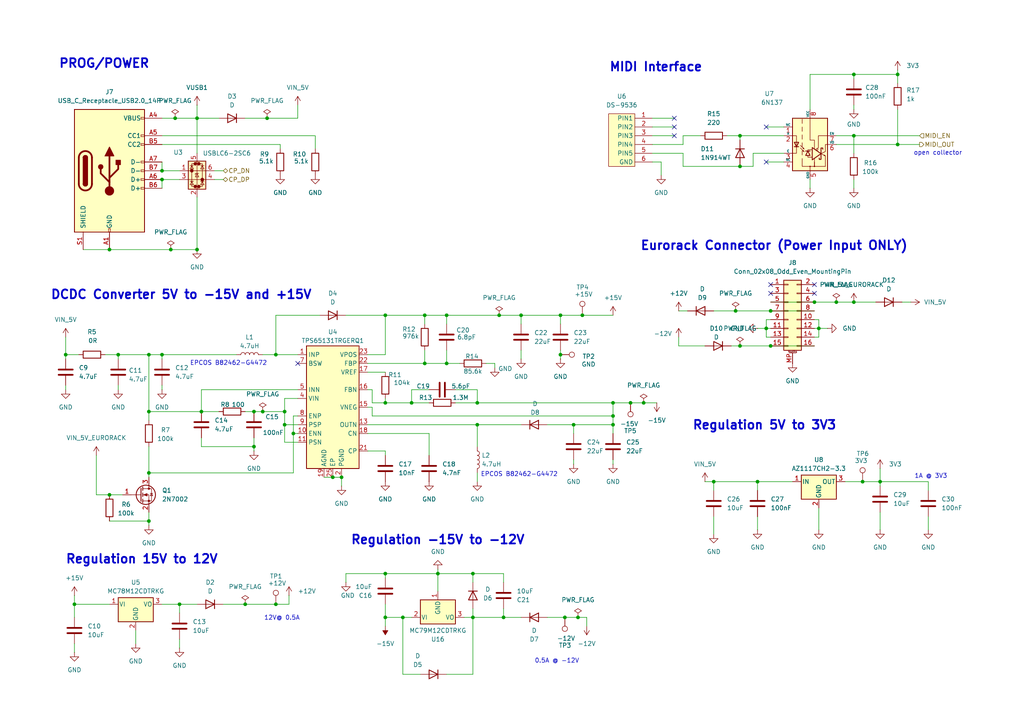
<source format=kicad_sch>
(kicad_sch (version 20250114) (generator "eeschema") (generator_version "9.0")
  (paper "A4")
  (text "12V@ 0.5A" (at 81.788 179.324 0) (effects (font (size 1.27 1.27))))
  (text "DCDC Converter 5V to -15V and +15V" (at 52.578 85.598 0) (effects (font (size 2.54 2.54) (thickness 0.508) (bold yes))))
  (text "0.5A @ -12V" (at 161.544 191.77 0) (effects (font (size 1.27 1.27))))
  (text "Regulation -15V to -12V" (at 127 156.718 0) (effects (font (size 2.54 2.54) (thickness 0.508) (bold yes))))
  (text "EPCOS B82462-G4472" (at 66.294 105.41 0) (effects (font (size 1.27 1.27))))
  (text "MIDI Interface" (at 190.246 19.558 0) (effects (font (size 2.54 2.54) (thickness 0.508) (bold yes))))
  (text "Regulation 15V to 12V" (at 41.148 162.306 0) (effects (font (size 2.54 2.54) (thickness 0.508) (bold yes))))
  (text "1A @ 3V3" (at 270.002 138.176 0) (effects (font (size 1.27 1.27))))
  (text "Eurorack Connector (Power Input ONLY)" (at 224.536 71.374 0) (effects (font (size 2.54 2.54) (thickness 0.508) (bold yes))))
  (text "Regulation 5V to 3V3\n" (at 221.742 123.444 0) (effects (font (size 2.54 2.54) (thickness 0.508) (bold yes))))
  (text "EPCOS B82462-G4472" (at 150.622 137.668 0) (effects (font (size 1.27 1.27))))
  (text "open collector" (at 272.034 44.45 0) (effects (font (size 1.27 1.27))))
  (text "PROG/POWER" (at 30.226 18.542 0) (effects (font (size 2.54 2.54) (thickness 0.508) (bold yes))))
  (junction (at 73.66 119.38))
  (junction (at 43.18 102.87))
  (junction (at 85.09 125.73))
  (junction (at 34.29 102.87))
  (junction (at 219.71 139.7))
  (junction (at 138.43 123.19))
  (junction (at 116.84 179.07))
  (junction (at 57.15 72.39))
  (junction (at 162.56 91.44))
  (junction (at 58.42 119.38))
  (junction (at 166.37 123.19))
  (junction (at 111.76 116.84))
  (junction (at 52.07 175.26))
  (junction (at 119.38 116.84))
  (junction (at 242.57 87.63))
  (junction (at 236.22 87.63))
  (junction (at 137.16 179.07))
  (junction (at 80.01 102.87))
  (junction (at 247.65 87.63))
  (junction (at 162.56 102.87))
  (junction (at 111.76 91.44))
  (junction (at 182.88 116.84))
  (junction (at 96.52 138.43))
  (junction (at 31.75 72.39))
  (junction (at 214.63 100.33))
  (junction (at 82.55 119.38))
  (junction (at 207.01 139.7))
  (junction (at 46.99 49.53))
  (junction (at 177.8 120.65))
  (junction (at 80.01 175.26))
  (junction (at 43.18 119.38))
  (junction (at 31.75 143.51))
  (junction (at 82.55 123.19))
  (junction (at 123.19 105.41))
  (junction (at 111.76 166.37))
  (junction (at 111.76 179.07))
  (junction (at 43.18 151.13))
  (junction (at 163.83 179.07))
  (junction (at 137.16 166.37))
  (junction (at 177.8 116.84))
  (junction (at 123.19 91.44))
  (junction (at 223.52 100.33))
  (junction (at 213.36 90.17))
  (junction (at 260.35 21.59))
  (junction (at 247.65 39.37))
  (junction (at 223.52 90.17))
  (junction (at 99.06 138.43))
  (junction (at 76.2 119.38))
  (junction (at 260.35 41.91))
  (junction (at 49.53 72.39))
  (junction (at 255.27 139.7))
  (junction (at 167.64 179.07))
  (junction (at 46.99 102.87))
  (junction (at 214.63 48.26))
  (junction (at 151.13 91.44))
  (junction (at 21.59 175.26))
  (junction (at 222.25 95.25))
  (junction (at 73.66 129.54))
  (junction (at 19.05 102.87))
  (junction (at 57.15 34.29))
  (junction (at 177.8 123.19))
  (junction (at 146.05 179.07))
  (junction (at 43.18 137.16))
  (junction (at 237.49 95.25))
  (junction (at 186.69 116.84))
  (junction (at 129.54 105.41))
  (junction (at 168.91 91.44))
  (junction (at 71.12 175.26))
  (junction (at 50.8 34.29))
  (junction (at 250.19 139.7))
  (junction (at 129.54 91.44))
  (junction (at 247.65 21.59))
  (junction (at 214.63 39.37))
  (junction (at 138.43 116.84))
  (junction (at 46.99 52.07))
  (junction (at 144.78 91.44))
  (junction (at 77.47 34.29))
  (junction (at 127 166.37))
  (no_connect (at 195.58 39.37))
  (no_connect (at 236.22 85.09))
  (no_connect (at 195.58 34.29))
  (no_connect (at 236.22 82.55))
  (no_connect (at 86.36 105.41))
  (no_connect (at 222.25 36.83))
  (no_connect (at 223.52 85.09))
  (no_connect (at 222.25 46.99))
  (no_connect (at 195.58 36.83))
  (no_connect (at 223.52 82.55))
  (wire (pts (xy 223.52 90.17) (xy 213.36 90.17)))
  (wire (pts (xy 222.25 95.25) (xy 219.71 95.25)))
  (wire (pts (xy 119.38 113.03) (xy 119.38 116.84)))
  (wire (pts (xy 242.57 87.63) (xy 247.65 87.63)))
  (wire (pts (xy 237.49 95.25) (xy 237.49 92.71)))
  (wire (pts (xy 34.29 104.14) (xy 34.29 102.87)))
  (wire (pts (xy 111.76 130.81) (xy 111.76 132.08)))
  (wire (pts (xy 80.01 91.44) (xy 80.01 102.87)))
  (wire (pts (xy 222.25 46.99) (xy 227.33 46.99)))
  (wire (pts (xy 198.12 41.91) (xy 198.12 39.37)))
  (wire (pts (xy 237.49 153.67) (xy 237.49 147.32)))
  (wire (pts (xy 121.92 195.58) (xy 116.84 195.58)))
  (wire (pts (xy 222.25 95.25) (xy 223.52 95.25)))
  (wire (pts (xy 255.27 153.67) (xy 255.27 148.59)))
  (wire (pts (xy 58.42 127) (xy 58.42 129.54)))
  (wire (pts (xy 129.54 195.58) (xy 137.16 195.58)))
  (wire (pts (xy 119.38 116.84) (xy 124.46 116.84)))
  (wire (pts (xy 189.23 39.37) (xy 195.58 39.37)))
  (wire (pts (xy 196.85 100.33) (xy 196.85 97.79)))
  (wire (pts (xy 85.09 125.73) (xy 85.09 137.16)))
  (wire (pts (xy 170.18 181.61) (xy 170.18 179.07)))
  (wire (pts (xy 132.08 116.84) (xy 138.43 116.84)))
  (wire (pts (xy 245.11 139.7) (xy 250.19 139.7)))
  (wire (pts (xy 218.44 48.26) (xy 214.63 48.26)))
  (wire (pts (xy 247.65 39.37) (xy 247.65 44.45)))
  (wire (pts (xy 222.25 97.79) (xy 223.52 97.79)))
  (wire (pts (xy 127 166.37) (xy 137.16 166.37)))
  (wire (pts (xy 123.19 91.44) (xy 129.54 91.44)))
  (wire (pts (xy 111.76 181.61) (xy 111.76 179.07)))
  (wire (pts (xy 21.59 175.26) (xy 21.59 179.07)))
  (wire (pts (xy 204.47 100.33) (xy 196.85 100.33)))
  (wire (pts (xy 242.57 41.91) (xy 260.35 41.91)))
  (wire (pts (xy 35.56 143.51) (xy 31.75 143.51)))
  (wire (pts (xy 189.23 41.91) (xy 198.12 41.91)))
  (wire (pts (xy 52.07 49.53) (xy 46.99 49.53)))
  (wire (pts (xy 19.05 102.87) (xy 22.86 102.87)))
  (wire (pts (xy 106.68 130.81) (xy 111.76 130.81)))
  (wire (pts (xy 58.42 129.54) (xy 73.66 129.54)))
  (wire (pts (xy 189.23 36.83) (xy 195.58 36.83)))
  (wire (pts (xy 31.75 143.51) (xy 27.94 143.51)))
  (wire (pts (xy 19.05 113.03) (xy 19.05 111.76)))
  (wire (pts (xy 151.13 179.07) (xy 146.05 179.07)))
  (wire (pts (xy 138.43 123.19) (xy 138.43 129.54)))
  (wire (pts (xy 137.16 166.37) (xy 146.05 166.37)))
  (wire (pts (xy 189.23 44.45) (xy 198.12 44.45)))
  (wire (pts (xy 214.63 40.64) (xy 214.63 39.37)))
  (wire (pts (xy 137.16 195.58) (xy 137.16 179.07)))
  (wire (pts (xy 204.47 139.7) (xy 207.01 139.7)))
  (wire (pts (xy 177.8 125.73) (xy 177.8 123.19)))
  (wire (pts (xy 46.99 175.26) (xy 52.07 175.26)))
  (wire (pts (xy 107.95 113.03) (xy 107.95 116.84)))
  (wire (pts (xy 260.35 21.59) (xy 260.35 24.13)))
  (wire (pts (xy 144.78 91.44) (xy 129.54 91.44)))
  (wire (pts (xy 83.82 172.72) (xy 83.82 175.26)))
  (wire (pts (xy 52.07 175.26) (xy 52.07 177.8)))
  (wire (pts (xy 58.42 113.03) (xy 58.42 119.38)))
  (wire (pts (xy 247.65 30.48) (xy 247.65 31.75)))
  (wire (pts (xy 237.49 97.79) (xy 236.22 97.79)))
  (wire (pts (xy 80.01 175.26) (xy 83.82 175.26)))
  (wire (pts (xy 162.56 91.44) (xy 168.91 91.44)))
  (wire (pts (xy 129.54 105.41) (xy 133.35 105.41)))
  (wire (pts (xy 52.07 187.96) (xy 52.07 185.42)))
  (wire (pts (xy 34.29 113.03) (xy 34.29 111.76)))
  (wire (pts (xy 269.24 139.7) (xy 269.24 142.24)))
  (wire (pts (xy 81.28 41.91) (xy 81.28 43.18)))
  (wire (pts (xy 43.18 152.4) (xy 43.18 151.13)))
  (wire (pts (xy 80.01 102.87) (xy 86.36 102.87)))
  (wire (pts (xy 124.46 125.73) (xy 106.68 125.73)))
  (wire (pts (xy 222.25 95.25) (xy 222.25 97.79)))
  (wire (pts (xy 166.37 125.73) (xy 166.37 123.19)))
  (wire (pts (xy 138.43 116.84) (xy 177.8 116.84)))
  (wire (pts (xy 85.09 120.65) (xy 85.09 125.73)))
  (wire (pts (xy 162.56 91.44) (xy 151.13 91.44)))
  (wire (pts (xy 219.71 153.67) (xy 219.71 149.86)))
  (wire (pts (xy 49.53 72.39) (xy 57.15 72.39)))
  (wire (pts (xy 46.99 104.14) (xy 46.99 102.87)))
  (wire (pts (xy 77.47 34.29) (xy 86.36 34.29)))
  (wire (pts (xy 255.27 139.7) (xy 255.27 140.97)))
  (wire (pts (xy 124.46 113.03) (xy 119.38 113.03)))
  (wire (pts (xy 222.25 36.83) (xy 227.33 36.83)))
  (wire (pts (xy 64.77 52.07) (xy 62.23 52.07)))
  (wire (pts (xy 207.01 139.7) (xy 207.01 142.24)))
  (wire (pts (xy 111.76 102.87) (xy 106.68 102.87)))
  (wire (pts (xy 247.65 87.63) (xy 254 87.63)))
  (wire (pts (xy 129.54 101.6) (xy 129.54 105.41)))
  (wire (pts (xy 222.25 95.25) (xy 222.25 92.71)))
  (wire (pts (xy 123.19 105.41) (xy 129.54 105.41)))
  (wire (pts (xy 116.84 179.07) (xy 111.76 179.07)))
  (wire (pts (xy 106.68 113.03) (xy 107.95 113.03)))
  (wire (pts (xy 214.63 100.33) (xy 223.52 100.33)))
  (wire (pts (xy 85.09 125.73) (xy 86.36 125.73)))
  (wire (pts (xy 207.01 154.94) (xy 207.01 149.86)))
  (wire (pts (xy 92.71 91.44) (xy 80.01 91.44)))
  (wire (pts (xy 162.56 101.6) (xy 162.56 102.87)))
  (wire (pts (xy 100.33 166.37) (xy 111.76 166.37)))
  (wire (pts (xy 58.42 113.03) (xy 86.36 113.03)))
  (wire (pts (xy 137.16 166.37) (xy 137.16 168.91)))
  (wire (pts (xy 255.27 135.89) (xy 255.27 139.7)))
  (wire (pts (xy 27.94 132.08) (xy 27.94 143.51)))
  (wire (pts (xy 76.2 119.38) (xy 82.55 119.38)))
  (wire (pts (xy 57.15 72.39) (xy 57.15 57.15)))
  (wire (pts (xy 146.05 179.07) (xy 146.05 176.53)))
  (wire (pts (xy 57.15 44.45) (xy 57.15 34.29)))
  (wire (pts (xy 237.49 95.25) (xy 236.22 95.25)))
  (wire (pts (xy 163.83 179.07) (xy 158.75 179.07)))
  (wire (pts (xy 43.18 102.87) (xy 46.99 102.87)))
  (wire (pts (xy 111.76 91.44) (xy 123.19 91.44)))
  (wire (pts (xy 158.75 123.19) (xy 166.37 123.19)))
  (wire (pts (xy 166.37 123.19) (xy 177.8 123.19)))
  (wire (pts (xy 107.95 120.65) (xy 177.8 120.65)))
  (wire (pts (xy 73.66 119.38) (xy 76.2 119.38)))
  (wire (pts (xy 43.18 119.38) (xy 58.42 119.38)))
  (wire (pts (xy 21.59 175.26) (xy 31.75 175.26)))
  (wire (pts (xy 219.71 139.7) (xy 219.71 142.24)))
  (wire (pts (xy 43.18 119.38) (xy 43.18 121.92)))
  (wire (pts (xy 218.44 44.45) (xy 218.44 48.26)))
  (wire (pts (xy 177.8 120.65) (xy 177.8 123.19)))
  (wire (pts (xy 19.05 104.14) (xy 19.05 102.87)))
  (wire (pts (xy 111.76 179.07) (xy 111.76 175.26)))
  (wire (pts (xy 260.35 41.91) (xy 266.7 41.91)))
  (wire (pts (xy 99.06 138.43) (xy 96.52 138.43)))
  (wire (pts (xy 151.13 91.44) (xy 144.78 91.44)))
  (wire (pts (xy 234.95 54.61) (xy 234.95 52.07)))
  (wire (pts (xy 106.68 107.95) (xy 111.76 107.95)))
  (wire (pts (xy 213.36 90.17) (xy 207.01 90.17)))
  (wire (pts (xy 81.28 41.91) (xy 46.99 41.91)))
  (wire (pts (xy 30.48 102.87) (xy 34.29 102.87)))
  (wire (pts (xy 52.07 175.26) (xy 57.15 175.26)))
  (wire (pts (xy 43.18 138.43) (xy 43.18 137.16)))
  (wire (pts (xy 123.19 101.6) (xy 123.19 105.41)))
  (wire (pts (xy 43.18 102.87) (xy 43.18 119.38)))
  (wire (pts (xy 107.95 118.11) (xy 106.68 118.11)))
  (wire (pts (xy 247.65 21.59) (xy 247.65 22.86)))
  (wire (pts (xy 43.18 148.59) (xy 43.18 151.13)))
  (wire (pts (xy 39.37 182.88) (xy 39.37 186.69)))
  (wire (pts (xy 162.56 91.44) (xy 162.56 93.98)))
  (wire (pts (xy 138.43 113.03) (xy 138.43 116.84)))
  (wire (pts (xy 167.64 179.07) (xy 163.83 179.07)))
  (wire (pts (xy 19.05 97.79) (xy 19.05 102.87)))
  (wire (pts (xy 34.29 102.87) (xy 43.18 102.87)))
  (wire (pts (xy 127 165.1) (xy 127 166.37)))
  (wire (pts (xy 46.99 52.07) (xy 46.99 54.61)))
  (wire (pts (xy 82.55 115.57) (xy 82.55 119.38)))
  (wire (pts (xy 107.95 116.84) (xy 111.76 116.84)))
  (wire (pts (xy 52.07 52.07) (xy 46.99 52.07)))
  (wire (pts (xy 82.55 123.19) (xy 82.55 128.27)))
  (wire (pts (xy 82.55 115.57) (xy 86.36 115.57)))
  (wire (pts (xy 138.43 137.16) (xy 138.43 139.7)))
  (wire (pts (xy 151.13 91.44) (xy 151.13 93.98)))
  (wire (pts (xy 250.19 139.7) (xy 255.27 139.7)))
  (wire (pts (xy 191.77 46.99) (xy 189.23 46.99)))
  (wire (pts (xy 237.49 95.25) (xy 240.03 95.25)))
  (wire (pts (xy 182.88 116.84) (xy 177.8 116.84)))
  (wire (pts (xy 111.76 91.44) (xy 111.76 102.87)))
  (wire (pts (xy 137.16 176.53) (xy 137.16 179.07)))
  (wire (pts (xy 107.95 120.65) (xy 107.95 118.11)))
  (wire (pts (xy 236.22 87.63) (xy 242.57 87.63)))
  (wire (pts (xy 21.59 189.23) (xy 21.59 186.69)))
  (wire (pts (xy 64.77 49.53) (xy 62.23 49.53)))
  (wire (pts (xy 222.25 92.71) (xy 223.52 92.71)))
  (wire (pts (xy 82.55 119.38) (xy 82.55 123.19)))
  (wire (pts (xy 73.66 130.81) (xy 73.66 129.54)))
  (wire (pts (xy 234.95 21.59) (xy 234.95 31.75)))
  (wire (pts (xy 82.55 123.19) (xy 86.36 123.19)))
  (wire (pts (xy 71.12 175.26) (xy 80.01 175.26)))
  (wire (pts (xy 123.19 91.44) (xy 123.19 93.98)))
  (wire (pts (xy 57.15 34.29) (xy 63.5 34.29)))
  (wire (pts (xy 191.77 50.8) (xy 191.77 46.99)))
  (wire (pts (xy 91.44 39.37) (xy 91.44 43.18)))
  (wire (pts (xy 31.75 72.39) (xy 49.53 72.39)))
  (wire (pts (xy 82.55 128.27) (xy 86.36 128.27)))
  (wire (pts (xy 119.38 179.07) (xy 116.84 179.07)))
  (wire (pts (xy 50.8 34.29) (xy 46.99 34.29)))
  (wire (pts (xy 190.5 116.84) (xy 186.69 116.84)))
  (wire (pts (xy 99.06 140.97) (xy 99.06 138.43)))
  (wire (pts (xy 199.39 90.17) (xy 196.85 90.17)))
  (wire (pts (xy 106.68 123.19) (xy 138.43 123.19)))
  (wire (pts (xy 116.84 195.58) (xy 116.84 179.07)))
  (wire (pts (xy 260.35 20.32) (xy 260.35 21.59)))
  (wire (pts (xy 86.36 120.65) (xy 85.09 120.65)))
  (wire (pts (xy 111.76 166.37) (xy 111.76 167.64)))
  (wire (pts (xy 198.12 48.26) (xy 214.63 48.26)))
  (wire (pts (xy 177.8 91.44) (xy 168.91 91.44)))
  (wire (pts (xy 31.75 151.13) (xy 43.18 151.13)))
  (wire (pts (xy 237.49 95.25) (xy 237.49 97.79)))
  (wire (pts (xy 86.36 34.29) (xy 86.36 30.48)))
  (wire (pts (xy 237.49 92.71) (xy 236.22 92.71)))
  (wire (pts (xy 129.54 91.44) (xy 129.54 93.98)))
  (wire (pts (xy 43.18 137.16) (xy 85.09 137.16)))
  (wire (pts (xy 58.42 119.38) (xy 63.5 119.38)))
  (wire (pts (xy 166.37 133.35) (xy 166.37 134.62)))
  (wire (pts (xy 260.35 21.59) (xy 247.65 21.59)))
  (wire (pts (xy 247.65 39.37) (xy 242.57 39.37)))
  (wire (pts (xy 162.56 102.87) (xy 162.56 104.14)))
  (wire (pts (xy 134.62 179.07) (xy 137.16 179.07)))
  (wire (pts (xy 261.62 87.63) (xy 264.16 87.63)))
  (wire (pts (xy 57.15 30.48) (xy 57.15 34.29)))
  (wire (pts (xy 247.65 21.59) (xy 234.95 21.59)))
  (wire (pts (xy 229.87 139.7) (xy 219.71 139.7)))
  (wire (pts (xy 46.99 39.37) (xy 91.44 39.37)))
  (wire (pts (xy 189.23 34.29) (xy 195.58 34.29)))
  (wire (pts (xy 71.12 34.29) (xy 77.47 34.29)))
  (wire (pts (xy 177.8 133.35) (xy 177.8 134.62)))
  (wire (pts (xy 24.13 72.39) (xy 31.75 72.39)))
  (wire (pts (xy 64.77 175.26) (xy 71.12 175.26)))
  (wire (pts (xy 207.01 139.7) (xy 219.71 139.7)))
  (wire (pts (xy 143.51 105.41) (xy 140.97 105.41)))
  (wire (pts (xy 111.76 116.84) (xy 119.38 116.84)))
  (wire (pts (xy 57.15 34.29) (xy 50.8 34.29)))
  (wire (pts (xy 46.99 113.03) (xy 46.99 111.76)))
  (wire (pts (xy 247.65 54.61) (xy 247.65 52.07)))
  (wire (pts (xy 151.13 101.6) (xy 151.13 104.14)))
  (wire (pts (xy 223.52 100.33) (xy 236.22 100.33)))
  (wire (pts (xy 46.99 102.87) (xy 68.58 102.87)))
  (wire (pts (xy 132.08 113.03) (xy 138.43 113.03)))
  (wire (pts (xy 96.52 138.43) (xy 93.98 138.43)))
  (wire (pts (xy 127 166.37) (xy 127 171.45)))
  (wire (pts (xy 210.82 39.37) (xy 214.63 39.37)))
  (wire (pts (xy 100.33 168.91) (xy 100.33 166.37)))
  (wire (pts (xy 46.99 49.53) (xy 46.99 46.99)))
  (wire (pts (xy 143.51 105.41) (xy 143.51 106.68)))
  (wire (pts (xy 247.65 39.37) (xy 266.7 39.37)))
  (wire (pts (xy 170.18 179.07) (xy 167.64 179.07)))
  (wire (pts (xy 76.2 102.87) (xy 80.01 102.87)))
  (wire (pts (xy 111.76 116.84) (xy 111.76 115.57)))
  (wire (pts (xy 269.24 153.67) (xy 269.24 149.86)))
  (wire (pts (xy 198.12 39.37) (xy 203.2 39.37)))
  (wire (pts (xy 138.43 123.19) (xy 151.13 123.19)))
  (wire (pts (xy 218.44 44.45) (xy 227.33 44.45)))
  (wire (pts (xy 127 166.37) (xy 111.76 166.37)))
  (wire (pts (xy 177.8 116.84) (xy 177.8 120.65)))
  (wire (pts (xy 71.12 119.38) (xy 73.66 119.38)))
  (wire (pts (xy 223.52 87.63) (xy 236.22 87.63)))
  (wire (pts (xy 198.12 44.45) (xy 198.12 48.26)))
  (wire (pts (xy 106.68 105.41) (xy 123.19 105.41)))
  (wire (pts (xy 21.59 172.72) (xy 21.59 175.26)))
  (wire (pts (xy 255.27 139.7) (xy 269.24 139.7)))
  (wire (pts (xy 100.33 91.44) (xy 111.76 91.44)))
  (wire (pts (xy 260.35 41.91) (xy 260.35 31.75)))
  (wire (pts (xy 186.69 116.84) (xy 182.88 116.84)))
  (wire (pts (xy 146.05 166.37) (xy 146.05 168.91)))
  (wire (pts (xy 43.18 137.16) (xy 43.18 129.54)))
  (wire (pts (xy 137.16 179.07) (xy 146.05 179.07)))
  (wire (pts (xy 124.46 132.08) (xy 124.46 125.73)))
  (wire (pts (xy 73.66 129.54) (xy 73.66 127)))
  (wire (pts (xy 212.09 100.33) (xy 214.63 100.33)))
  (wire (pts (xy 223.52 90.17) (xy 236.22 90.17)))
  (wire (pts (xy 227.33 39.37) (xy 214.63 39.37)))
  (hierarchical_label "MIDI_EN" (shape input) (at 266.7 39.37 0))
  (hierarchical_label "CP_DN" (shape bidirectional) (at 64.77 49.53 0))
  (hierarchical_label "MIDI_OUT" (shape output) (at 266.7 41.91 0))
  (hierarchical_label "CP_DP" (shape bidirectional) (at 64.77 52.07 0))
  (symbol (lib_id "power:PWR_FLAG") (at 76.2 119.38 0) (unit 1)
    (property "Reference" "#FLG02" (effects (hide yes)))
    (property "Value" "PWR_FLAG" (at 76.2 114.3 0))
    (property "Description" "Special symbol for telling ERC where power comes from" (effects (hide yes)))
  )
  (symbol (lib_id "power:GND") (at 34.29 113.03 0) (unit 1)
    (property "Reference" "#PWR0159" (effects (hide yes)))
    (property "Value" "GND" (at 34.29 118.11 0))
    (property "Description" "Power symbol creates a global label with name \"GND\" , ground" (effects (hide yes)))
    (instances (project "midi_vco_module" (path "" (reference "#PWR0159") (unit 1))) (project "analog_synth" (path "" (reference "#PWR07") (unit 1))))
  )
  (symbol (lib_id "power:+15V") (at 27.94 132.08 0) (unit 1)
    (property "Reference" "#PWR0158" (effects (hide yes)))
    (property "Value" "VIN_5V_EURORACK" (at 27.94 127 0))
    (property "Description" "Power symbol creates a global label with name \"+15V\"" (effects (hide yes)))
    (instances (project "midi_vco_module" (path "" (reference "#PWR0158") (unit 1))) (project "analog_synth" (path "" (reference "#PWR06") (unit 1))))
  )
  (symbol (lib_id "power:GND") (at 229.87 105.41 0) (mirror y) (unit 1)
    (property "Reference" "#PWR0130" (effects (hide yes)))
    (property "Value" "GND" (at 229.87 110.49 0))
    (property "Description" "Power symbol creates a global label with name \"GND\" , ground" (effects (hide yes)))
    (instances (project "midi_vco_module" (path "" (reference "#PWR0130") (unit 1))) (project "analog_synth" (path "" (reference "#PWR041") (unit 1))))
  )
  (symbol (lib_id "power:+15V") (at 170.18 181.61 0) (mirror x) (unit 1)
    (property "Reference" "#PWR0123" (effects (hide yes)))
    (property "Value" "-12V" (at 170.18 186.69 0))
    (property "Description" "Power symbol creates a global label with name \"+15V\"" (effects (hide yes)))
    (instances (project "midi_vco_module" (path "" (reference "#PWR0123") (unit 1))) (project "analog_synth" (path "" (reference "#PWR030") (unit 1))))
  )
  (symbol (lib_id "Device:C") (at 146.05 172.72 0) (mirror x) (unit 1)
    (property "Reference" "C21" (at 149.86 173.9901 0) (effects (justify left)))
    (property "Value" "10uF" (at 149.86 171.4501 0) (effects (justify left)))
    (property "Footprint" "Capacitor_SMD:C_0402_1005Metric" (effects (hide yes)))
    (property "Description" "Unpolarized capacitor" (effects (hide yes)))
    (instances (project "midi_vco_module" (path "" (reference "C21") (unit 1))) (project "analog_synth" (path "" (reference "C13") (unit 1))))
  )
  (symbol (lib_id "Device:R") (at 260.35 27.94 0) (unit 1)
    (property "Reference" "R17" (at 262.89 26.162 0) (effects (justify left)))
    (property "Value" "1k" (at 262.89 28.702 0) (effects (justify left)))
    (property "Description" "Resistor" (effects (hide yes)))
    (instances (project "midi_vco_module" (path "" (reference "R17") (unit 1))) (project "analog_synth" (path "" (reference "R13") (unit 1))))
  )
  (symbol (lib_id "power:GND") (at 151.13 104.14 0) (unit 1)
    (property "Reference" "#PWR0110" (effects (hide yes)))
    (property "Value" "GND" (at 151.13 109.22 0))
    (property "Description" "Power symbol creates a global label with name \"GND\" , ground" (effects (hide yes)))
    (instances (project "midi_vco_module" (path "" (reference "#PWR0110") (unit 1))) (project "analog_synth" (path "" (reference "#PWR027") (unit 1))))
  )
  (symbol (lib_id "Connector:TestPoint") (at 80.01 175.26 0) (unit 1)
    (property "Reference" "TP1" (at 78.232 167.132 0) (effects (justify left)))
    (property "Value" "+12V" (at 77.724 169.164 0) (effects (justify left)))
    (property "Description" "test point" (effects (hide yes)))
  )
  (symbol (lib_id "Device:R") (at 91.44 46.99 180) (unit 1)
    (property "Reference" "R10" (at 86.868 44.704 0))
    (property "Value" "5.1k" (at 87.376 46.736 0))
    (property "Description" "Resistor" (effects (hide yes)))
    (instances (project "midi_vco_module" (path "" (reference "R10") (unit 1))) (project "analog_synth" (path "" (reference "R6") (unit 1))))
  )
  (symbol (lib_id "power:PWR_FLAG") (at 144.78 91.44 0) (unit 1)
    (property "Reference" "#FLG04" (effects (hide yes)))
    (property "Value" "PWR_FLAG" (at 144.78 86.36 0))
    (property "Description" "Special symbol for telling ERC where power comes from" (effects (hide yes)))
  )
  (symbol (lib_id "Connector:TestPoint") (at 162.56 102.87 270) (unit 1)
    (property "Reference" "TP2" (at 168.91 103.378 90) (effects (justify left)))
    (property "Value" "GND" (at 168.656 105.664 90) (effects (justify left)))
    (property "Description" "test point" (effects (hide yes)))
  )
  (symbol (lib_id "Device:C") (at 46.99 107.95 0) (unit 1)
    (property "Reference" "C12" (at 50.8 106.6799 0) (effects (justify left)))
    (property "Value" "4.7uF" (at 50.8 109.2199 0) (effects (justify left)))
    (property "Description" "Unpolarized capacitor" (effects (hide yes)))
    (instances (project "midi_vco_module" (path "" (reference "C12") (unit 1))) (project "" (path "" (reference "C4") (unit 1))))
  )
  (symbol (lib_id "power:GND") (at 177.8 134.62 0) (unit 1)
    (property "Reference" "#PWR0120" (effects (hide yes)))
    (property "Value" "GND" (at 177.8 139.7 0))
    (property "Description" "Power symbol creates a global label with name \"GND\" , ground" (effects (hide yes)))
    (instances (project "midi_vco_module" (path "" (reference "#PWR0120") (unit 1))) (project "analog_synth" (path "" (reference "#PWR032") (unit 1))))
  )
  (symbol (lib_id "power:-15V") (at 111.76 181.61 180) (unit 1)
    (property "Reference" "#PWR0155" (effects (hide yes)))
    (property "Value" "-15V" (at 111.76 186.69 0))
    (property "Description" "Power symbol creates a global label with name \"-15V\"" (effects (hide yes)))
    (instances (project "midi_vco_module" (path "" (reference "#PWR0155") (unit 1))) (project "analog_synth" (path "" (reference "#PWR021") (unit 1))))
  )
  (symbol (lib_id "power:+15V") (at 190.5 116.84 180) (unit 1)
    (property "Reference" "#PWR0121" (effects (hide yes)))
    (property "Value" "-15V" (at 190.5 121.92 0))
    (property "Description" "Power symbol creates a global label with name \"+15V\"" (effects (hide yes)))
    (instances (project "midi_vco_module" (path "" (reference "#PWR0121") (unit 1))) (project "analog_synth" (path "" (reference "#PWR033") (unit 1))))
  )
  (symbol (lib_id "Device:D") (at 60.96 175.26 180) (unit 1)
    (property "Reference" "D2" (at 60.96 168.91 0))
    (property "Value" "D" (at 60.96 171.45 0))
    (property "Description" "Diode" (effects (hide yes)))
    (property "Sim.Device" "D" (effects (hide yes)))
    (property "Sim.Pins" "1=K 2=A" (effects (hide yes)))
    (property "Manufacturer PartNumer" "MBRM120LT1G" (effects (hide yes)))
    (instances (project "midi_vco_module" (path "" (reference "D2") (unit 1))) (project "analog_synth" (path "" (reference "D1") (unit 1))))
  )
  (symbol (lib_id "power:GND") (at 100.33 168.91 0) (unit 1)
    (property "Reference" "#PWR0156" (effects (hide yes)))
    (property "Value" "GND" (at 98.806 172.72 0) (effects (justify left)))
    (property "Description" "Power symbol creates a global label with name \"GND\" , ground" (effects (hide yes)))
    (instances (project "midi_vco_module" (path "" (reference "#PWR0156") (unit 1))) (project "analog_synth" (path "" (reference "#PWR018") (unit 1))))
  )
  (symbol (lib_id "power:PWR_FLAG") (at 49.53 72.39 0) (unit 1)
    (property "Reference" "#FLG011" (effects (hide yes)))
    (property "Value" "PWR_FLAG" (at 49.53 67.31 0))
    (property "Description" "Special symbol for telling ERC where power comes from" (effects (hide yes)))
  )
  (symbol (lib_id "power:GND") (at 21.59 189.23 0) (unit 1)
    (property "Reference" "#PWR0150" (effects (hide yes)))
    (property "Value" "GND" (at 21.59 194.31 0))
    (property "Description" "Power symbol creates a global label with name \"GND\" , ground" (effects (hide yes)))
    (instances (project "midi_vco_module" (path "" (reference "#PWR0150") (unit 1))) (project "analog_synth" (path "" (reference "#PWR05") (unit 1))))
  )
  (symbol (lib_id "power:+15V") (at 264.16 87.63 270) (unit 1)
    (property "Reference" "#PWR0126" (effects (hide yes)))
    (property "Value" "VIN_5V" (at 267.97 87.6299 90) (effects (justify left)))
    (property "Description" "Power symbol creates a global label with name \"+15V\"" (effects (hide yes)))
    (instances (project "midi_vco_module" (path "" (reference "#PWR0126") (unit 1))) (project "analog_synth" (path "" (reference "#PWR051") (unit 1))))
  )
  (symbol (lib_id "Device:D") (at 96.52 91.44 180) (unit 1)
    (property "Reference" "D4" (at 96.52 85.09 0))
    (property "Value" "D" (at 96.52 87.63 0))
    (property "Description" "Diode" (effects (hide yes)))
    (property "Sim.Device" "D" (effects (hide yes)))
    (property "Sim.Pins" "1=K 2=A" (effects (hide yes)))
    (property "Manufacturer PartNumer" "MBRM120LT1G" (effects (hide yes)))
    (instances (project "midi_vco_module" (path "" (reference "D4") (unit 1))) (project "analog_synth" (path "" (reference "D3") (unit 1))))
  )
  (symbol (lib_id "power:GND") (at 207.01 154.94 0) (unit 1)
    (property "Reference" "#PWR0117" (effects (hide yes)))
    (property "Value" "GND" (at 207.01 160.02 0))
    (property "Description" "Power symbol creates a global label with name \"GND\" , ground" (effects (hide yes)))
    (instances (project "midi_vco_module" (path "" (reference "#PWR0117") (unit 1))) (project "analog_synth" (path "" (reference "#PWR038") (unit 1))))
  )
  (symbol (lib_id "power:GND") (at 124.46 139.7 0) (unit 1)
    (property "Reference" "#PWR0152" (effects (hide yes)))
    (property "Value" "GND" (at 124.46 144.78 0))
    (property "Description" "Power symbol creates a global label with name \"GND\" , ground" (effects (hide yes)))
    (instances (project "midi_vco_module" (path "" (reference "#PWR0152") (unit 1))) (project "analog_synth" (path "" (reference "#PWR024") (unit 1))))
  )
  (symbol (lib_id "Device:D") (at 208.28 100.33 180) (unit 1)
    (property "Reference" "D10" (at 207.772 95.25 0))
    (property "Value" "D" (at 207.772 97.79 0))
    (property "Description" "Diode" (effects (hide yes)))
    (property "Sim.Device" "D" (effects (hide yes)))
    (property "Sim.Pins" "1=K 2=A" (effects (hide yes)))
    (property "Manufacturer PartNumer" "MBRM120LT1G" (effects (hide yes)))
    (instances (project "midi_vco_module" (path "" (reference "D10") (unit 1))) (project "analog_synth" (path "" (reference "D9") (unit 1))))
  )
  (symbol (lib_id "Device:D") (at 154.94 123.19 0) (unit 1)
    (property "Reference" "D8" (at 155.194 119.634 0))
    (property "Value" "D" (at 155.194 117.094 0))
    (property "Description" "Diode" (effects (hide yes)))
    (property "Sim.Device" "D" (effects (hide yes)))
    (property "Sim.Pins" "1=K 2=A" (effects (hide yes)))
    (property "Manufacturer PartNumer" "MBRM120LT1G" (effects (hide yes)))
    (instances (project "midi_vco_module" (path "" (reference "D8") (unit 1))) (project "analog_synth" (path "" (reference "D7") (unit 1))))
  )
  (symbol (lib_id "Regulator_Linear:MC79M12_TO252") (at 127 179.07 0) (unit 1)
    (property "Reference" "U16" (at 127 185.42 0))
    (property "Value" "MC79M12CDTRKG" (at 127 182.88 0))
    (property "Footprint" "Package_TO_SOT_SMD:TO-252-2" (effects (hide yes)))
    (property "Datasheet" "http://www.onsemi.com/pub/Collateral/MC79M00-D.PDF" (effects (hide yes)))
    (property "Description" "Negative 500mA 35V Linear Regulator, Fixed Output -12V, TO-252" (effects (hide yes)))
    (instances (project "midi_vco_module" (path "" (reference "U16") (unit 1))) (project "analog_synth" (path "" (reference "U4") (unit 1))))
  )
  (symbol (lib_id "power:+15V") (at 247.65 87.63 0) (unit 1)
    (property "Reference" "#PWR0129" (effects (hide yes)))
    (property "Value" "VIN_5V_EURORACK" (at 247.65 82.55 0))
    (property "Description" "Power symbol creates a global label with name \"+15V\"" (effects (hide yes)))
    (instances (project "midi_vco_module" (path "" (reference "#PWR0129") (unit 1))) (project "analog_synth" (path "" (reference "#PWR047") (unit 1))))
  )
  (symbol (lib_id "Device:C") (at 52.07 181.61 0) (unit 1)
    (property "Reference" "C13" (at 55.88 180.3399 0) (effects (justify left)))
    (property "Value" "10uF" (at 55.88 182.8799 0) (effects (justify left)))
    (property "Footprint" "Capacitor_SMD:C_0402_1005Metric" (effects (hide yes)))
    (property "Description" "Unpolarized capacitor" (effects (hide yes)))
    (instances (project "midi_vco_module" (path "" (reference "C13") (unit 1))) (project "analog_synth" (path "" (reference "C5") (unit 1))))
  )
  (symbol (lib_id "Device:C") (at 129.54 97.79 0) (unit 1)
    (property "Reference" "C20" (at 132.334 95.758 0) (effects (justify left)))
    (property "Value" "6.8pF" (at 132.588 97.79 0) (effects (justify left)))
    (property "Description" "Unpolarized capacitor" (effects (hide yes)))
    (instances (project "midi_vco_module" (path "" (reference "C20") (unit 1))) (project "analog_synth" (path "" (reference "C12") (unit 1))))
  )
  (symbol (lib_id "power:PWR_FLAG") (at 71.12 175.26 0) (unit 1)
    (property "Reference" "#FLG010" (effects (hide yes)))
    (property "Value" "PWR_FLAG" (at 71.12 170.18 0))
    (property "Description" "Special symbol for telling ERC where power comes from" (effects (hide yes)))
  )
  (symbol (lib_id "Connector:USB_C_Receptacle_USB2.0_14P") (at 31.75 49.53 0) (unit 1)
    (property "Reference" "J7" (at 31.75 26.67 0))
    (property "Value" "USB_C_Receptacle_USB2.0_14P" (at 31.75 29.21 0))
    (property "Datasheet" "https://www.usb.org/sites/default/files/documents/usb_type-c.zip" (effects (hide yes)))
    (property "Description" "USB 2.0-only 14P Type-C Receptacle connector" (effects (hide yes)))
    (instances (project "midi_vco_module" (path "" (reference "J7") (unit 1))) (project "analog_synth" (path "" (reference "J2") (unit 1))))
  )
  (symbol (lib_id "Device:R") (at 207.01 39.37 90) (unit 1)
    (property "Reference" "R15" (at 207.01 33.02 90))
    (property "Value" "220" (at 207.01 35.56 90))
    (property "Description" "Resistor" (effects (hide yes)))
    (instances (project "midi_vco_module" (path "" (reference "R15") (unit 1))) (project "analog_synth" (path "" (reference "R11") (unit 1))))
  )
  (symbol (lib_id "Device:R") (at 81.28 46.99 180) (unit 1)
    (property "Reference" "R9" (at 76.708 44.704 0))
    (property "Value" "5.1k" (at 77.216 46.736 0))
    (property "Footprint" "Resistor_SMD:R_0402_1005Metric" (effects (hide yes)))
    (property "Description" "Resistor" (effects (hide yes)))
    (instances (project "midi_vco_module" (path "" (reference "R9") (unit 1))) (project "analog_synth" (path "" (reference "R5") (unit 1))))
  )
  (symbol (lib_id "Connector:TestPoint") (at 168.91 91.44 0) (unit 1)
    (property "Reference" "TP4" (at 167.132 83.312 0) (effects (justify left)))
    (property "Value" "+15V" (at 166.624 85.344 0) (effects (justify left)))
    (property "Description" "test point" (effects (hide yes)))
  )
  (symbol (lib_id "power:+15V") (at 19.05 97.79 0) (unit 1)
    (property "Reference" "#PWR0139" (effects (hide yes)))
    (property "Value" "VIN_5V" (at 19.05 92.71 0))
    (property "Description" "Power symbol creates a global label with name \"+15V\"" (effects (hide yes)))
    (instances (project "midi_vco_module" (path "" (reference "#PWR0139") (unit 1))) (project "analog_synth" (path "" (reference "#PWR02") (unit 1))))
  )
  (symbol (lib_id "Device:R") (at 67.31 119.38 90) (unit 1)
    (property "Reference" "R8" (at 65.278 117.348 90))
    (property "Value" "100" (at 69.088 117.348 90))
    (property "Description" "Resistor" (effects (hide yes)))
    (instances (project "midi_vco_module" (path "" (reference "R8") (unit 1))) (project "" (path "" (reference "R4") (unit 1))))
  )
  (symbol (lib_id "Device:R") (at 26.67 102.87 90) (unit 1)
    (property "Reference" "R5" (at 26.67 96.266 90))
    (property "Value" "0R" (at 26.924 98.806 90))
    (property "Description" "Resistor" (effects (hide yes)))
    (instances (project "midi_vco_module" (path "" (reference "R5") (unit 1))) (project "analog_synth" (path "" (reference "R1") (unit 1))))
  )
  (symbol (lib_id "power:GND") (at 43.18 152.4 0) (unit 1)
    (property "Reference" "#PWR0146" (effects (hide yes)))
    (property "Value" "GND" (at 43.18 157.48 0))
    (property "Description" "Power symbol creates a global label with name \"GND\" , ground" (effects (hide yes)))
    (instances (project "midi_vco_module" (path "" (reference "#PWR0146") (unit 1))) (project "analog_synth" (path "" (reference "#PWR09") (unit 1))))
  )
  (symbol (lib_id "power:GND") (at 46.99 113.03 0) (unit 1)
    (property "Reference" "#PWR0141" (effects (hide yes)))
    (property "Value" "GND" (at 46.99 118.11 0))
    (property "Description" "Power symbol creates a global label with name \"GND\" , ground" (effects (hide yes)))
    (instances (project "midi_vco_module" (path "" (reference "#PWR0141") (unit 1))) (project "analog_synth" (path "" (reference "#PWR010") (unit 1))))
  )
  (symbol (lib_id "Device:C") (at 219.71 146.05 0) (unit 1)
    (property "Reference" "C27" (at 223.52 144.7799 0) (effects (justify left)))
    (property "Value" "100nF" (at 223.52 147.3199 0) (effects (justify left)))
    (property "Description" "Unpolarized capacitor" (effects (hide yes)))
    (instances (project "midi_vco_module" (path "" (reference "C27") (unit 1))) (project "analog_synth" (path "" (reference "C19") (unit 1))))
  )
  (symbol (lib_id "power:+15V") (at 177.8 91.44 0) (unit 1)
    (property "Reference" "#PWR0112" (effects (hide yes)))
    (property "Value" "+15V" (at 177.8 86.36 0))
    (property "Description" "Power symbol creates a global label with name \"+15V\"" (effects (hide yes)))
    (instances (project "midi_vco_module" (path "" (reference "#PWR0112") (unit 1))) (project "" (path "" (reference "#PWR031") (unit 1))))
  )
  (symbol (lib_id "Device:D") (at 137.16 172.72 270) (unit 1)
    (property "Reference" "D6" (at 141.478 173.482 90))
    (property "Value" "D" (at 141.478 170.942 90))
    (property "Description" "Diode" (effects (hide yes)))
    (property "Sim.Device" "D" (effects (hide yes)))
    (property "Sim.Pins" "1=K 2=A" (effects (hide yes)))
    (property "Manufacturer PartNumer" "MBRM120LT1G" (effects (hide yes)))
    (instances (project "midi_vco_module" (path "" (reference "D6") (unit 1))) (project "analog_synth" (path "" (reference "D5") (unit 1))))
  )
  (symbol (lib_id "Device:C") (at 166.37 129.54 0) (unit 1)
    (property "Reference" "C24" (at 170.18 128.2699 0) (effects (justify left)))
    (property "Value" "22uF" (at 170.18 130.8099 0) (effects (justify left)))
    (property "Description" "Unpolarized capacitor" (effects (hide yes)))
    (instances (project "midi_vco_module" (path "" (reference "C24") (unit 1))) (project "analog_synth" (path "" (reference "C16") (unit 1))))
  )
  (symbol (lib_id "Device:C") (at 177.8 129.54 0) (unit 1)
    (property "Reference" "C25" (at 181.61 128.2699 0) (effects (justify left)))
    (property "Value" "22uF" (at 181.61 130.8099 0) (effects (justify left)))
    (property "Description" "Unpolarized capacitor" (effects (hide yes)))
    (instances (project "midi_vco_module" (path "" (reference "C25") (unit 1))) (project "analog_synth" (path "" (reference "C17") (unit 1))))
  )
  (symbol (lib_id "Device:D") (at 203.2 90.17 0) (unit 1)
    (property "Reference" "D9" (at 203.708 86.36 0))
    (property "Value" "D" (at 203.708 83.82 0))
    (property "Description" "Diode" (effects (hide yes)))
    (property "Sim.Device" "D" (effects (hide yes)))
    (property "Sim.Pins" "1=K 2=A" (effects (hide yes)))
    (property "Manufacturer PartNumer" "MBRM120LT1G" (effects (hide yes)))
    (instances (project "midi_vco_module" (path "" (reference "D9") (unit 1))) (project "analog_synth" (path "" (reference "D8") (unit 1))))
  )
  (symbol (lib_id "power:+15V") (at 86.36 30.48 0) (unit 1)
    (property "Reference" "#PWR0137" (effects (hide yes)))
    (property "Value" "VIN_5V" (at 86.36 25.4 0))
    (property "Description" "Power symbol creates a global label with name \"+15V\"" (effects (hide yes)))
    (instances (project "midi_vco_module" (path "" (reference "#PWR0137") (unit 1))) (project "analog_synth" (path "" (reference "#PWR017") (unit 1))))
  )
  (symbol (lib_id "Device:C") (at 151.13 97.79 0) (unit 1)
    (property "Reference" "C22" (at 154.94 96.5199 0) (effects (justify left)))
    (property "Value" "22uF" (at 154.94 99.0599 0) (effects (justify left)))
    (property "Description" "Unpolarized capacitor" (effects (hide yes)))
    (instances (project "midi_vco_module" (path "" (reference "C22") (unit 1))) (project "analog_synth" (path "" (reference "C14") (unit 1))))
  )
  (symbol (lib_id "power:GND") (at 219.71 95.25 270) (mirror x) (unit 1)
    (property "Reference" "#PWR0127" (effects (hide yes)))
    (property "Value" "GND" (at 215.9 95.2499 90) (effects (justify right)))
    (property "Description" "Power symbol creates a global label with name \"GND\" , ground" (effects (hide yes)))
    (instances (project "midi_vco_module" (path "" (reference "#PWR0127") (unit 1))) (project "analog_synth" (path "" (reference "#PWR039") (unit 1))))
  )
  (symbol (lib_id "Diode:1N914WT") (at 214.63 44.45 270) (unit 1)
    (property "Reference" "D11" (at 203.2 43.18 90) (effects (justify left)))
    (property "Value" "1N914WT" (at 203.2 45.72 90) (effects (justify left)))
    (property "Footprint" "Diode_SMD:D_SOD-523" (effects (hide yes)))
    (property "Datasheet" "http://www.mouser.com/ds/2/149/1N4148WT-461550.pdf" (effects (hide yes)))
    (property "Description" "75V 0.15A Fast switching Diode, SOD-523" (effects (hide yes)))
    (property "Sim.Device" "D" (effects (hide yes)))
    (property "Sim.Pins" "1=K 2=A" (effects (hide yes)))
    (instances (project "midi_vco_module" (path "" (reference "D11") (unit 1))) (project "analog_synth" (path "" (reference "D10") (unit 1))))
  )
  (symbol (lib_id "power:+15V") (at 260.35 20.32 0) (unit 1)
    (property "Reference" "#PWR0136" (effects (hide yes)))
    (property "Value" "3V3" (at 262.89 19.0499 0) (effects (justify left)))
    (property "Description" "Power symbol creates a global label with name \"+15V\"" (effects (hide yes)))
    (instances (project "midi_vco_module" (path "" (reference "#PWR0136") (unit 1))) (project "analog_synth" (path "" (reference "#PWR050") (unit 1))))
  )
  (symbol (lib_id "Device:D") (at 154.94 179.07 0) (unit 1)
    (property "Reference" "D7" (at 154.94 185.42 0))
    (property "Value" "D" (at 154.94 182.88 0))
    (property "Description" "Diode" (effects (hide yes)))
    (property "Sim.Device" "D" (effects (hide yes)))
    (property "Sim.Pins" "1=K 2=A" (effects (hide yes)))
    (property "Manufacturer PartNumer" "MBRM120LT1G" (effects (hide yes)))
    (instances (project "midi_vco_module" (path "" (reference "D7") (unit 1))) (project "analog_synth" (path "" (reference "D6") (unit 1))))
  )
  (symbol (lib_id "Connector:TestPoint") (at 163.83 179.07 0) (mirror x) (unit 1)
    (property "Reference" "TP3" (at 162.052 187.198 0) (effects (justify left)))
    (property "Value" "-12V" (at 161.544 185.166 0) (effects (justify left)))
    (property "Description" "test point" (effects (hide yes)))
  )
  (symbol (lib_id "power:GND") (at 39.37 186.69 0) (unit 1)
    (property "Reference" "#PWR0147" (effects (hide yes)))
    (property "Value" "GND" (at 39.37 191.77 0))
    (property "Description" "Power symbol creates a global label with name \"GND\" , ground" (effects (hide yes)))
    (instances (project "midi_vco_module" (path "" (reference "#PWR0147") (unit 1))) (project "analog_synth" (path "" (reference "#PWR08") (unit 1))))
  )
  (symbol (lib_id "power:GND") (at 111.76 139.7 0) (unit 1)
    (property "Reference" "#PWR0151" (effects (hide yes)))
    (property "Value" "GND" (at 111.76 144.78 0))
    (property "Description" "Power symbol creates a global label with name \"GND\" , ground" (effects (hide yes)))
    (instances (project "midi_vco_module" (path "" (reference "#PWR0151") (unit 1))) (project "analog_synth" (path "" (reference "#PWR022") (unit 1))))
  )
  (symbol (lib_id "power:GND") (at 255.27 153.67 0) (unit 1)
    (property "Reference" "#PWR0114" (effects (hide yes)))
    (property "Value" "GND" (at 255.27 158.75 0))
    (property "Description" "Power symbol creates a global label with name \"GND\" , ground" (effects (hide yes)))
    (instances (project "midi_vco_module" (path "" (reference "#PWR0114") (unit 1))) (project "analog_synth" (path "" (reference "#PWR048") (unit 1))))
  )
  (symbol (lib_id "Device:R") (at 111.76 111.76 0) (unit 1)
    (property "Reference" "R11" (at 114.554 108.712 0))
    (property "Value" "104k" (at 116.586 110.998 0))
    (property "Description" "Resistor" (effects (hide yes)))
    (instances (project "midi_vco_module" (path "" (reference "R11") (unit 1))) (project "analog_synth" (path "" (reference "R7") (unit 1))))
  )
  (symbol (lib_id "Device:C") (at 207.01 146.05 0) (unit 1)
    (property "Reference" "C26" (at 210.82 144.7799 0) (effects (justify left)))
    (property "Value" "10uF" (at 210.82 147.3199 0) (effects (justify left)))
    (property "Footprint" "Capacitor_SMD:C_0402_1005Metric" (effects (hide yes)))
    (property "Description" "Unpolarized capacitor" (effects (hide yes)))
    (instances (project "midi_vco_module" (path "" (reference "C26") (unit 1))) (project "analog_synth" (path "" (reference "C18") (unit 1))))
  )
  (symbol (lib_id "Device:C") (at 111.76 171.45 180) (unit 1)
    (property "Reference" "C16" (at 107.95 172.7201 0) (effects (justify left)))
    (property "Value" "10uF" (at 107.95 170.1801 0) (effects (justify left)))
    (property "Footprint" "Capacitor_SMD:C_0402_1005Metric" (effects (hide yes)))
    (property "Description" "Unpolarized capacitor" (effects (hide yes)))
    (instances (project "midi_vco_module" (path "" (reference "C16") (unit 1))) (project "analog_synth" (path "" (reference "C8") (unit 1))))
  )
  (symbol (lib_id "Device:D") (at 67.31 34.29 180) (unit 1)
    (property "Reference" "D3" (at 67.31 27.94 0))
    (property "Value" "D" (at 67.31 30.48 0))
    (property "Description" "Diode" (effects (hide yes)))
    (property "Sim.Device" "D" (effects (hide yes)))
    (property "Sim.Pins" "1=K 2=A" (effects (hide yes)))
    (property "Manufacturer PartNumer" "MBRM120LT1G" (effects (hide yes)))
    (instances (project "midi_vco_module" (path "" (reference "D3") (unit 1))) (project "analog_synth" (path "" (reference "D2") (unit 1))))
  )
  (symbol (lib_id "power:+15V") (at 196.85 97.79 0) (mirror y) (unit 1)
    (property "Reference" "#PWR0131" (effects (hide yes)))
    (property "Value" "-12V" (at 192.278 96.774 0))
    (property "Description" "Power symbol creates a global label with name \"+15V\"" (effects (hide yes)))
    (instances (project "midi_vco_module" (path "" (reference "#PWR0131") (unit 1))) (project "analog_synth" (path "" (reference "#PWR036") (unit 1))))
  )
  (symbol (lib_id "power:GND") (at 237.49 153.67 0) (unit 1)
    (property "Reference" "#PWR0116" (effects (hide yes)))
    (property "Value" "GND" (at 237.49 158.75 0))
    (property "Description" "Power symbol creates a global label with name \"GND\" , ground" (effects (hide yes)))
    (instances (project "midi_vco_module" (path "" (reference "#PWR0116") (unit 1))) (project "analog_synth" (path "" (reference "#PWR043") (unit 1))))
  )
  (symbol (lib_id "Connector:TestPoint") (at 182.88 116.84 180) (unit 1)
    (property "Reference" "TP5" (at 184.658 124.968 0) (effects (justify left)))
    (property "Value" "-15V" (at 185.166 122.936 0) (effects (justify left)))
    (property "Description" "test point" (effects (hide yes)))
  )
  (symbol (lib_id "Connector_Generic_MountingPin:Conn_02x08_Odd_Even_MountingPin") (at 228.6 90.17 0) (unit 1)
    (property "Reference" "J8" (at 229.87 76.2 0))
    (property "Value" "Conn_02x08_Odd_Even_MountingPin" (at 229.87 78.74 0))
    (property "Description" "Generic connectable mounting pin connector, double row, 02x08, odd/even pin numbering scheme (row 1 odd numbers, row 2 even numbers), script generated (kicad-library-utils/schlib/autogen/connector/)" (effects (hide yes)))
    (instances (project "midi_vco_module" (path "" (reference "J8") (unit 1))) (project "" (path "" (reference "J3") (unit 1))))
  )
  (symbol (lib_id "Device:C") (at 255.27 144.78 0) (unit 1)
    (property "Reference" "C29" (at 259.08 143.5099 0) (effects (justify left)))
    (property "Value" "10uF" (at 259.08 146.0499 0) (effects (justify left)))
    (property "Footprint" "Capacitor_SMD:C_0402_1005Metric" (effects (hide yes)))
    (property "Description" "Unpolarized capacitor" (effects (hide yes)))
    (instances (project "midi_vco_module" (path "" (reference "C29") (unit 1))) (project "analog_synth" (path "" (reference "C21") (unit 1))))
  )
  (symbol (lib_name "2N7002_1") (lib_id "Transistor_FET:2N7002") (at 40.64 143.51 0) (unit 1)
    (property "Reference" "Q1" (at 46.99 142.2399 0) (effects (justify left)))
    (property "Value" "2N7002" (at 46.99 144.7799 0) (effects (justify left)))
    (property "Footprint" "Package_TO_SOT_SMD:SOT-23" (effects (hide yes)))
    (property "Datasheet" "https://www.onsemi.com/pub/Collateral/NDS7002A-D.PDF" (effects (hide yes)))
    (property "Description" "0.115A Id, 60V Vds, N-Channel MOSFET, SOT-23" (effects (hide yes)))
  )
  (symbol (lib_id "power:PWR_FLAG") (at 77.47 34.29 0) (unit 1)
    (property "Reference" "#FLG03" (effects (hide yes)))
    (property "Value" "PWR_FLAG" (at 77.47 29.21 0))
    (property "Description" "Special symbol for telling ERC where power comes from" (effects (hide yes)))
  )
  (symbol (lib_id "power:GND") (at 247.65 54.61 0) (unit 1)
    (property "Reference" "#PWR0133" (effects (hide yes)))
    (property "Value" "GND" (at 247.65 59.69 0))
    (property "Description" "Power symbol creates a global label with name \"GND\" , ground" (effects (hide yes)))
    (instances (project "midi_vco_module" (path "" (reference "#PWR0133") (unit 1))) (project "analog_synth" (path "" (reference "#PWR046") (unit 1))))
  )
  (symbol (lib_id "power:PWR_FLAG") (at 242.57 87.63 0) (unit 1)
    (property "Reference" "#FLG06" (effects (hide yes)))
    (property "Value" "PWR_FLAG" (at 242.57 82.55 0))
    (property "Description" "Special symbol for telling ERC where power comes from" (effects (hide yes)))
  )
  (symbol (lib_id "power:GND") (at 99.06 140.97 0) (unit 1)
    (property "Reference" "#PWR0153" (effects (hide yes)))
    (property "Value" "GND" (at 99.06 146.05 0))
    (property "Description" "Power symbol creates a global label with name \"GND\" , ground" (effects (hide yes)))
    (instances (project "midi_vco_module" (path "" (reference "#PWR0153") (unit 1))) (project "analog_synth" (path "" (reference "#PWR020") (unit 1))))
  )
  (symbol (lib_id "Regulator_Linear:LM78M05_TO252") (at 39.37 175.26 0) (unit 1)
    (property "Reference" "U5" (at 39.37 168.91 0))
    (property "Value" "MC78M12CDTRKG" (at 39.37 171.45 0))
    (property "Footprint" "Package_TO_SOT_SMD:TO-252-2" (effects (hide yes)))
    (property "Datasheet" "https://www.onsemi.com/pub/Collateral/MC78M00-D.PDF" (effects (hide yes)))
    (property "Description" "Positive 500mA 35V Linear Regulator, Fixed Output 5V, TO-252 (D-PAK)" (effects (hide yes)))
    (instances (project "midi_vco_module" (path "" (reference "U5") (unit 1))) (project "" (path "" (reference "U1") (unit 1))))
  )
  (symbol (lib_id "Regulator_Switching:TPS65131RGE") (at 96.52 118.11 0) (unit 1)
    (property "Reference" "U4" (at 96.52 96.266 0))
    (property "Value" "TPS65131TRGERQ1" (at 96.52 98.806 0))
    (property "Footprint" "Package_DFN_QFN:VQFN-24-1EP_4x4mm_P0.5mm_EP2.45x2.45mm_ThermalVias" (effects (hide yes)))
    (property "Datasheet" "http://www.ti.com/lit/ds/symlink/tps65130.pdf" (effects (hide yes)))
    (property "Description" "Split-Rail Converter with Dual, Positive and Negative Outputs (750mA typ, Switch Current Limit 1950mA typ),), 2.7-5.5V, VQFN-24" (effects (hide yes)))
    (instances (project "midi_vco_module" (path "" (reference "U4") (unit 1))) (project "analog_synth" (path "" (reference "U3") (unit 1))))
  )
  (symbol (lib_id "mylib:DS-9536") (at 180.34 31.75 0) (unit 1)
    (property "Reference" "U6" (at 180.34 27.94 0))
    (property "Value" "DS-9536" (at 180.34 30.48 0))
    (property "Description" "MIDI Connector - Female Right Angle" (effects (hide yes)))
    (property "MPN" "DS-9536" (effects (hide yes)))
    (property "MN" "4UCON TECHNOLOGY INC." (effects (hide yes)))
  )
  (symbol (lib_id "Device:C") (at 269.24 146.05 0) (unit 1)
    (property "Reference" "C30" (at 273.05 144.7799 0) (effects (justify left)))
    (property "Value" "100nF" (at 273.05 147.3199 0) (effects (justify left)))
    (property "Description" "Unpolarized capacitor" (effects (hide yes)))
    (instances (project "midi_vco_module" (path "" (reference "C30") (unit 1))) (project "analog_synth" (path "" (reference "C22") (unit 1))))
  )
  (symbol (lib_id "power:GND") (at 234.95 54.61 0) (unit 1)
    (property "Reference" "#PWR0134" (effects (hide yes)))
    (property "Value" "GND" (at 234.95 59.69 0))
    (property "Description" "Power symbol creates a global label with name \"GND\" , ground" (effects (hide yes)))
    (instances (project "midi_vco_module" (path "" (reference "#PWR0134") (unit 1))) (project "analog_synth" (path "" (reference "#PWR042") (unit 1))))
  )
  (symbol (lib_id "Device:D") (at 257.81 87.63 180) (unit 1)
    (property "Reference" "D12" (at 257.81 81.28 0))
    (property "Value" "D" (at 257.81 83.82 0))
    (property "Description" "Diode" (effects (hide yes)))
    (property "Sim.Device" "D" (effects (hide yes)))
    (property "Sim.Pins" "1=K 2=A" (effects (hide yes)))
    (property "Manufacturer PartNumer" "MBRM120LT1G" (effects (hide yes)))
    (instances (project "midi_vco_module" (path "" (reference "D12") (unit 1))) (project "analog_synth" (path "" (reference "D11") (unit 1))))
  )
  (symbol (lib_id "Device:R") (at 247.65 48.26 180) (unit 1)
    (property "Reference" "R16" (at 252.476 47.244 0))
    (property "Value" "100k" (at 252.476 49.784 0))
    (property "Description" "Resistor" (effects (hide yes)))
    (instances (project "midi_vco_module" (path "" (reference "R16") (unit 1))) (project "analog_synth" (path "" (reference "R12") (unit 1))))
  )
  (symbol (lib_id "power:GND") (at 91.44 50.8 0) (unit 1)
    (property "Reference" "#PWR0143" (effects (hide yes)))
    (property "Value" "GND" (at 91.44 55.88 0))
    (property "Description" "Power symbol creates a global label with name \"GND\" , ground" (effects (hide yes)))
    (instances (project "midi_vco_module" (path "" (reference "#PWR0143") (unit 1))) (project "analog_synth" (path "" (reference "#PWR019") (unit 1))))
  )
  (symbol (lib_id "power:GND") (at 57.15 72.39 0) (unit 1)
    (property "Reference" "#PWR0142" (effects (hide yes)))
    (property "Value" "GND" (at 57.15 77.47 0))
    (property "Description" "Power symbol creates a global label with name \"GND\" , ground" (effects (hide yes)))
    (instances (project "midi_vco_module" (path "" (reference "#PWR0142") (unit 1))) (project "analog_synth" (path "" (reference "#PWR013") (unit 1))))
  )
  (symbol (lib_id "Connector:TestPoint") (at 250.19 139.7 0) (unit 1)
    (property "Reference" "TP6" (at 248.412 131.572 0) (effects (justify left)))
    (property "Value" "3V3" (at 247.904 133.604 0) (effects (justify left)))
    (property "Description" "test point" (effects (hide yes)))
  )
  (symbol (lib_id "Device:R") (at 128.27 116.84 270) (unit 1)
    (property "Reference" "R13" (at 123.444 115.316 90))
    (property "Value" "1.3M" (at 133.604 115.316 90))
    (property "Description" "Resistor" (effects (hide yes)))
    (instances (project "midi_vco_module" (path "" (reference "R13") (unit 1))) (project "analog_synth" (path "" (reference "R9") (unit 1))))
  )
  (symbol (lib_id "power:GND") (at 191.77 50.8 0) (unit 1)
    (property "Reference" "#PWR0122" (effects (hide yes)))
    (property "Value" "GND" (at 191.77 55.88 0))
    (property "Description" "Power symbol creates a global label with name \"GND\" , ground" (effects (hide yes)))
    (instances (project "midi_vco_module" (path "" (reference "#PWR0122") (unit 1))) (project "analog_synth" (path "" (reference "#PWR034") (unit 1))))
  )
  (symbol (lib_id "power:GND") (at 162.56 104.14 0) (unit 1)
    (property "Reference" "#PWR0111" (effects (hide yes)))
    (property "Value" "GND" (at 162.56 109.22 0))
    (property "Description" "Power symbol creates a global label with name \"GND\" , ground" (effects (hide yes)))
    (instances (project "midi_vco_module" (path "" (reference "#PWR0111") (unit 1))) (project "analog_synth" (path "" (reference "#PWR028") (unit 1))))
  )
  (symbol (lib_id "Device:R") (at 31.75 147.32 180) (unit 1)
    (property "Reference" "R6" (at 36.576 146.304 0))
    (property "Value" "100k" (at 36.576 148.844 0))
    (property "Description" "Resistor" (effects (hide yes)))
    (instances (project "midi_vco_module" (path "" (reference "R6") (unit 1))) (project "analog_synth" (path "" (reference "R2") (unit 1))))
  )
  (symbol (lib_id "power:GND") (at 19.05 113.03 0) (unit 1)
    (property "Reference" "#PWR0157" (effects (hide yes)))
    (property "Value" "GND" (at 19.05 118.11 0))
    (property "Description" "Power symbol creates a global label with name \"GND\" , ground" (effects (hide yes)))
    (instances (project "midi_vco_module" (path "" (reference "#PWR0157") (unit 1))) (project "analog_synth" (path "" (reference "#PWR03") (unit 1))))
  )
  (symbol (lib_id "power:GND") (at 269.24 153.67 0) (unit 1)
    (property "Reference" "#PWR0113" (effects (hide yes)))
    (property "Value" "GND" (at 269.24 158.75 0))
    (property "Description" "Power symbol creates a global label with name \"GND\" , ground" (effects (hide yes)))
    (instances (project "midi_vco_module" (path "" (reference "#PWR0113") (unit 1))) (project "analog_synth" (path "" (reference "#PWR052") (unit 1))))
  )
  (symbol (lib_id "Isolator:6N137") (at 234.95 41.91 0) (unit 1)
    (property "Reference" "U7" (at 221.742 27.178 0) (effects (justify left)))
    (property "Value" "6N137" (at 220.726 29.718 0) (effects (justify left)))
    (property "Footprint" "Package_DIP:PowerIntegrations_SMD-8" (effects (hide yes)))
    (property "Datasheet" "https://docs.broadcom.com/docs/AV02-0940EN" (effects (hide yes)))
    (property "Description" "Single High Speed LSTTL/TTL Compatible Optocoupler with enable, dV/dt 1000/us, VCM 10, max 7V VCC, DIP-8" (effects (hide yes)))
    (property "Manufacturer" "VISHAT SEMICONDUCTORS" (effects (hide yes)))
    (property "Manufacturer PartNumer" "6N137-X007T " (effects (hide yes)))
    (instances (project "midi_vco_module" (path "" (reference "U7") (unit 1))) (project "analog_synth" (path "" (reference "U6") (unit 1))))
  )
  (symbol (lib_id "power:+15V") (at 83.82 172.72 0) (unit 1)
    (property "Reference" "#PWR0145" (effects (hide yes)))
    (property "Value" "+12V" (at 86.36 171.4499 0) (effects (justify left)))
    (property "Description" "Power symbol creates a global label with name \"+15V\"" (effects (hide yes)))
    (instances (project "midi_vco_module" (path "" (reference "#PWR0145") (unit 1))) (project "analog_synth" (path "" (reference "#PWR015") (unit 1))))
  )
  (symbol (lib_id "power:GND") (at 138.43 139.7 0) (unit 1)
    (property "Reference" "#PWR0125" (effects (hide yes)))
    (property "Value" "GND" (at 138.43 144.78 0))
    (property "Description" "Power symbol creates a global label with name \"GND\" , ground" (effects (hide yes)))
    (instances (project "midi_vco_module" (path "" (reference "#PWR0125") (unit 1))) (project "analog_synth" (path "" (reference "#PWR025") (unit 1))))
  )
  (symbol (lib_id "power:GND") (at 219.71 153.67 0) (unit 1)
    (property "Reference" "#PWR0118" (effects (hide yes)))
    (property "Value" "GND" (at 219.71 158.75 0))
    (property "Description" "Power symbol creates a global label with name \"GND\" , ground" (effects (hide yes)))
    (instances (project "midi_vco_module" (path "" (reference "#PWR0118") (unit 1))) (project "analog_synth" (path "" (reference "#PWR040") (unit 1))))
  )
  (symbol (lib_id "Device:L") (at 138.43 133.35 0) (unit 1)
    (property "Reference" "L2" (at 139.7 132.0799 0) (effects (justify left)))
    (property "Value" "4.7uH" (at 139.7 134.6199 0) (effects (justify left)))
    (property "Description" "Inductor" (effects (hide yes)))
    (property "Manufacturer PartNumer" "EPCOS B82462-G4472" (effects (hide yes)))
  )
  (symbol (lib_id "Power_Protection:USBLC6-2SC6") (at 57.15 49.53 0) (unit 1)
    (property "Reference" "U3" (at 50.292 44.196 0) (effects (justify left)))
    (property "Value" "USBLC6-2SC6" (at 58.8011 44.45 0) (effects (justify left)))
    (property "Footprint" "Package_TO_SOT_SMD:SOT-23-6" (effects (hide yes)))
    (property "Datasheet" "https://www.st.com/resource/en/datasheet/usblc6-2.pdf" (effects (hide yes)))
    (property "Description" "Very low capacitance ESD protection diode, 2 data-line, SOT-23-6" (effects (hide yes)))
    (instances (project "midi_vco_module" (path "" (reference "U3") (unit 1))) (project "" (path "" (reference "U2") (unit 1))))
  )
  (symbol (lib_id "power:GND") (at 73.66 130.81 0) (unit 1)
    (property "Reference" "#PWR0140" (effects (hide yes)))
    (property "Value" "GND" (at 73.66 135.89 0))
    (property "Description" "Power symbol creates a global label with name \"GND\" , ground" (effects (hide yes)))
    (instances (project "midi_vco_module" (path "" (reference "#PWR0140") (unit 1))) (project "analog_synth" (path "" (reference "#PWR014") (unit 1))))
  )
  (symbol (lib_id "power:GND") (at 52.07 187.96 0) (unit 1)
    (property "Reference" "#PWR0148" (effects (hide yes)))
    (property "Value" "GND" (at 52.07 193.04 0))
    (property "Description" "Power symbol creates a global label with name \"GND\" , ground" (effects (hide yes)))
    (instances (project "midi_vco_module" (path "" (reference "#PWR0148") (unit 1))) (project "analog_synth" (path "" (reference "#PWR011") (unit 1))))
  )
  (symbol (lib_id "power:+15V") (at 57.15 30.48 0) (unit 1)
    (property "Reference" "#PWR0138" (effects (hide yes)))
    (property "Value" "VUSB1" (at 57.15 25.4 0))
    (property "Description" "Power symbol creates a global label with name \"+15V\"" (effects (hide yes)))
    (instances (project "midi_vco_module" (path "" (reference "#PWR0138") (unit 1))) (project "analog_synth" (path "" (reference "#PWR012") (unit 1))))
  )
  (symbol (lib_id "power:PWR_FLAG") (at 214.63 100.33 0) (unit 1)
    (property "Reference" "#FLG08" (effects (hide yes)))
    (property "Value" "PWR_FLAG" (at 214.63 95.25 0))
    (property "Description" "Special symbol for telling ERC where power comes from" (effects (hide yes)))
  )
  (symbol (lib_id "power:GND") (at 240.03 95.25 90) (unit 1)
    (property "Reference" "#PWR0128" (effects (hide yes)))
    (property "Value" "GND" (at 244.348 95.25 90) (effects (justify right)))
    (property "Description" "Power symbol creates a global label with name \"GND\" , ground" (effects (hide yes)))
    (instances (project "midi_vco_module" (path "" (reference "#PWR0128") (unit 1))) (project "analog_synth" (path "" (reference "#PWR044") (unit 1))))
  )
  (symbol (lib_id "Device:C") (at 19.05 107.95 0) (unit 1)
    (property "Reference" "C9" (at 22.86 106.6799 0) (effects (justify left)))
    (property "Value" "4.7uF" (at 22.86 109.2199 0) (effects (justify left)))
    (property "Footprint" "Resistor_SMD:R_0402_1005Metric" (effects (hide yes)))
    (property "Description" "Unpolarized capacitor" (effects (hide yes)))
    (instances (project "midi_vco_module" (path "" (reference "C9") (unit 1))) (project "analog_synth" (path "" (reference "C1") (unit 1))))
  )
  (symbol (lib_id "power:+15V") (at 196.85 90.17 0) (unit 1)
    (property "Reference" "#PWR0132" (effects (hide yes)))
    (property "Value" "+12V" (at 196.85 85.09 0))
    (property "Description" "Power symbol creates a global label with name \"+15V\"" (effects (hide yes)))
    (instances (project "midi_vco_module" (path "" (reference "#PWR0132") (unit 1))) (project "analog_synth" (path "" (reference "#PWR035") (unit 1))))
  )
  (symbol (lib_id "Device:R") (at 137.16 105.41 270) (unit 1)
    (property "Reference" "R14" (at 136.906 103.378 90))
    (property "Value" "85.6k" (at 137.16 107.696 90))
    (property "Description" "Resistor" (effects (hide yes)))
    (instances (project "midi_vco_module" (path "" (reference "R14") (unit 1))) (project "analog_synth" (path "" (reference "R10") (unit 1))))
  )
  (symbol (lib_id "Device:C") (at 73.66 123.19 0) (unit 1)
    (property "Reference" "C15" (at 76.962 120.904 0) (effects (justify left)))
    (property "Value" "100nF" (at 76.2 125.476 0) (effects (justify left)))
    (property "Description" "Unpolarized capacitor" (effects (hide yes)))
    (instances (project "midi_vco_module" (path "" (reference "C15") (unit 1))) (project "analog_synth" (path "" (reference "C7") (unit 1))))
  )
  (symbol (lib_id "power:PWR_FLAG") (at 50.8 34.29 0) (unit 1)
    (property "Reference" "#FLG01" (effects (hide yes)))
    (property "Value" "PWR_FLAG" (at 50.8 29.21 0))
    (property "Description" "Special symbol for telling ERC where power comes from" (effects (hide yes)))
  )
  (symbol (lib_id "power:GND") (at 166.37 134.62 0) (unit 1)
    (property "Reference" "#PWR0124" (effects (hide yes)))
    (property "Value" "GND" (at 166.37 139.7 0))
    (property "Description" "Power symbol creates a global label with name \"GND\" , ground" (effects (hide yes)))
    (instances (project "midi_vco_module" (path "" (reference "#PWR0124") (unit 1))) (project "analog_synth" (path "" (reference "#PWR029") (unit 1))))
  )
  (symbol (lib_id "power:+15V") (at 21.59 172.72 0) (unit 1)
    (property "Reference" "#PWR0149" (effects (hide yes)))
    (property "Value" "+15V" (at 21.59 167.64 0))
    (property "Description" "Power symbol creates a global label with name \"+15V\"" (effects (hide yes)))
    (instances (project "midi_vco_module" (path "" (reference "#PWR0149") (unit 1))) (project "analog_synth" (path "" (reference "#PWR04") (unit 1))))
  )
  (symbol (lib_id "Device:C") (at 124.46 135.89 0) (unit 1)
    (property "Reference" "C18" (at 128.27 134.6199 0) (effects (justify left)))
    (property "Value" "4.7nF" (at 128.27 137.1599 0) (effects (justify left)))
    (property "Description" "Unpolarized capacitor" (effects (hide yes)))
    (instances (project "midi_vco_module" (path "" (reference "C18") (unit 1))) (project "analog_synth" (path "" (reference "C10") (unit 1))))
  )
  (symbol (lib_id "Device:C") (at 162.56 97.79 0) (unit 1)
    (property "Reference" "C23" (at 166.37 96.5199 0) (effects (justify left)))
    (property "Value" "22uF" (at 166.37 99.0599 0) (effects (justify left)))
    (property "Description" "Unpolarized capacitor" (effects (hide yes)))
    (instances (project "midi_vco_module" (path "" (reference "C23") (unit 1))) (project "analog_synth" (path "" (reference "C15") (unit 1))))
  )
  (symbol (lib_id "Device:C") (at 21.59 182.88 0) (unit 1)
    (property "Reference" "C10" (at 25.4 181.6099 0) (effects (justify left)))
    (property "Value" "10uF" (at 25.4 184.1499 0) (effects (justify left)))
    (property "Footprint" "Capacitor_SMD:C_0402_1005Metric" (effects (hide yes)))
    (property "Description" "Unpolarized capacitor" (effects (hide yes)))
    (instances (project "midi_vco_module" (path "" (reference "C10") (unit 1))) (project "analog_synth" (path "" (reference "C2") (unit 1))))
  )
  (symbol (lib_id "Device:D") (at 125.73 195.58 180) (unit 1)
    (property "Reference" "D5" (at 121.158 192.786 0))
    (property "Value" "D" (at 121.158 190.246 0))
    (property "Description" "Diode" (effects (hide yes)))
    (property "Sim.Device" "D" (effects (hide yes)))
    (property "Sim.Pins" "1=K 2=A" (effects (hide yes)))
    (property "Manufacturer PartNumer" "MBRM120LT1G" (effects (hide yes)))
    (instances (project "midi_vco_module" (path "" (reference "D5") (unit 1))) (project "analog_synth" (path "" (reference "D4") (unit 1))))
  )
  (symbol (lib_id "power:PWR_FLAG") (at 167.64 179.07 0) (unit 1)
    (property "Reference" "#FLG09" (effects (hide yes)))
    (property "Value" "PWR_FLAG" (at 167.64 173.99 0))
    (property "Description" "Special symbol for telling ERC where power comes from" (effects (hide yes)))
  )
  (symbol (lib_id "Device:C") (at 111.76 135.89 0) (unit 1)
    (property "Reference" "C17" (at 115.57 134.6199 0) (effects (justify left)))
    (property "Value" "10nF" (at 115.57 137.1599 0) (effects (justify left)))
    (property "Description" "Unpolarized capacitor" (effects (hide yes)))
    (instances (project "midi_vco_module" (path "" (reference "C17") (unit 1))) (project "analog_synth" (path "" (reference "C9") (unit 1))))
  )
  (symbol (lib_id "power:GND") (at 143.51 106.68 0) (unit 1)
    (property "Reference" "#PWR0109" (effects (hide yes)))
    (property "Value" "GND" (at 146.558 106.934 0))
    (property "Description" "Power symbol creates a global label with name \"GND\" , ground" (effects (hide yes)))
    (instances (project "midi_vco_module" (path "" (reference "#PWR0109") (unit 1))) (project "analog_synth" (path "" (reference "#PWR026") (unit 1))))
  )
  (symbol (lib_id "Regulator_Linear:AZ1117CH2-3.3") (at 237.49 139.7 0) (unit 1)
    (property "Reference" "U8" (at 237.49 133.35 0))
    (property "Value" "AZ1117CH2-3.3" (at 237.49 135.89 0))
    (property "Footprint" "Package_TO_SOT_SMD:SOT-223-3_TabPin2" (effects (hide yes)))
    (property "Datasheet" "https://www.diodes.com/assets/Datasheets/AZ1117C.pdf" (effects (hide yes)))
    (property "Description" "1A Fixed 3.3V LDO Linear Regulator, 15V Max Input, SOT-223" (effects (hide yes)))
    (instances (project "midi_vco_module" (path "" (reference "U8") (unit 1))) (project "" (path "" (reference "U7") (unit 1))))
  )
  (symbol (lib_id "Device:C") (at 247.65 26.67 0) (unit 1)
    (property "Reference" "C28" (at 250.952 25.4 0) (effects (justify left)))
    (property "Value" "100nF" (at 250.952 27.94 0) (effects (justify left)))
    (property "Description" "Unpolarized capacitor" (effects (hide yes)))
    (instances (project "midi_vco_module" (path "" (reference "C28") (unit 1))) (project "analog_synth" (path "" (reference "C20") (unit 1))))
  )
  (symbol (lib_id "power:+15V") (at 255.27 135.89 0) (unit 1)
    (property "Reference" "#PWR0119" (effects (hide yes)))
    (property "Value" "3V3" (at 257.81 134.6199 0) (effects (justify left)))
    (property "Description" "Power symbol creates a global label with name \"+15V\"" (effects (hide yes)))
    (instances (project "midi_vco_module" (path "" (reference "#PWR0119") (unit 1))) (project "analog_synth" (path "" (reference "#PWR049") (unit 1))))
  )
  (symbol (lib_id "Device:C") (at 34.29 107.95 0) (unit 1)
    (property "Reference" "C11" (at 37.338 107.442 0) (effects (justify left)))
    (property "Value" "4.7uF" (at 37.338 109.982 0) (effects (justify left)))
    (property "Description" "Unpolarized capacitor" (effects (hide yes)))
    (instances (project "midi_vco_module" (path "" (reference "C11") (unit 1))) (project "analog_synth" (path "" (reference "C3") (unit 1))))
  )
  (symbol (lib_id "power:GND") (at 81.28 50.8 0) (unit 1)
    (property "Reference" "#PWR0144" (effects (hide yes)))
    (property "Value" "GND" (at 81.28 55.88 0))
    (property "Description" "Power symbol creates a global label with name \"GND\" , ground" (effects (hide yes)))
    (instances (project "midi_vco_module" (path "" (reference "#PWR0144") (unit 1))) (project "analog_synth" (path "" (reference "#PWR016") (unit 1))))
  )
  (symbol (lib_id "Device:C") (at 58.42 123.19 0) (unit 1)
    (property "Reference" "C14" (at 62.23 121.9199 0) (effects (justify left)))
    (property "Value" "4.7uF" (at 62.23 124.4599 0) (effects (justify left)))
    (property "Description" "Unpolarized capacitor" (effects (hide yes)))
    (instances (project "midi_vco_module" (path "" (reference "C14") (unit 1))) (project "analog_synth" (path "" (reference "C6") (unit 1))))
  )
  (symbol (lib_id "power:+15V") (at 204.47 139.7 0) (unit 1)
    (property "Reference" "#PWR0115" (effects (hide yes)))
    (property "Value" "VIN_5V" (at 204.47 134.62 0))
    (property "Description" "Power symbol creates a global label with name \"+15V\"" (effects (hide yes)))
    (instances (project "midi_vco_module" (path "" (reference "#PWR0115") (unit 1))) (project "analog_synth" (path "" (reference "#PWR037") (unit 1))))
  )
  (symbol (lib_id "power:PWR_FLAG") (at 213.36 90.17 0) (unit 1)
    (property "Reference" "#FLG07" (effects (hide yes)))
    (property "Value" "PWR_FLAG" (at 213.36 85.09 0))
    (property "Description" "Special symbol for telling ERC where power comes from" (effects (hide yes)))
  )
  (symbol (lib_id "power:PWR_FLAG") (at 186.69 116.84 0) (unit 1)
    (property "Reference" "#FLG05" (effects (hide yes)))
    (property "Value" "PWR_FLAG" (at 186.69 111.76 0))
    (property "Description" "Special symbol for telling ERC where power comes from" (effects (hide yes)))
  )
  (symbol (lib_id "power:GND") (at 127 165.1 0) (mirror x) (unit 1)
    (property "Reference" "#PWR0154" (effects (hide yes)))
    (property "Value" "GND" (at 127 160.02 0))
    (property "Description" "Power symbol creates a global label with name \"GND\" , ground" (effects (hide yes)))
    (instances (project "midi_vco_module" (path "" (reference "#PWR0154") (unit 1))) (project "analog_synth" (path "" (reference "#PWR023") (unit 1))))
  )
  (symbol (lib_id "Device:R") (at 43.18 125.73 180) (unit 1)
    (property "Reference" "R7" (at 48.006 124.714 0))
    (property "Value" "100k" (at 48.006 127.254 0))
    (property "Description" "Resistor" (effects (hide yes)))
    (instances (project "midi_vco_module" (path "" (reference "R7") (unit 1))) (project "analog_synth" (path "" (reference "R3") (unit 1))))
  )
  (symbol (lib_id "Device:R") (at 123.19 97.79 180) (unit 1)
    (property "Reference" "R12" (at 118.618 95.504 0))
    (property "Value" "976k" (at 119.126 97.536 0))
    (property "Description" "Resistor" (effects (hide yes)))
    (instances (project "midi_vco_module" (path "" (reference "R12") (unit 1))) (project "analog_synth" (path "" (reference "R8") (unit 1))))
  )
  (symbol (lib_id "power:GND") (at 247.65 31.75 0) (unit 1)
    (property "Reference" "#PWR0135" (effects (hide yes)))
    (property "Value" "GND" (at 247.65 36.068 0))
    (property "Description" "Power symbol creates a global label with name \"GND\" , ground" (effects (hide yes)))
    (instances (project "midi_vco_module" (path "" (reference "#PWR0135") (unit 1))) (project "analog_synth" (path "" (reference "#PWR045") (unit 1))))
  )
  (symbol (lib_id "Device:C") (at 128.27 113.03 90) (unit 1)
    (property "Reference" "C19" (at 124.714 112.014 90) (effects (justify left)))
    (property "Value" "5.6pF" (at 136.398 112.014 90) (effects (justify left)))
    (property "Description" "Unpolarized capacitor" (effects (hide yes)))
    (instances (project "midi_vco_module" (path "" (reference "C19") (unit 1))) (project "analog_synth" (path "" (reference "C11") (unit 1))))
  )
  (symbol (lib_id "Device:L") (at 72.39 102.87 90) (unit 1)
    (property "Reference" "L1" (at 72.39 97.79 90))
    (property "Value" "4.7uH" (at 72.39 100.33 90))
    (property "Description" "Inductor" (effects (hide yes)))
    (property "Manufacturer PartNumer" "EPCOS B82462-G4472" (effects (hide yes)))
  )
)
</source>
